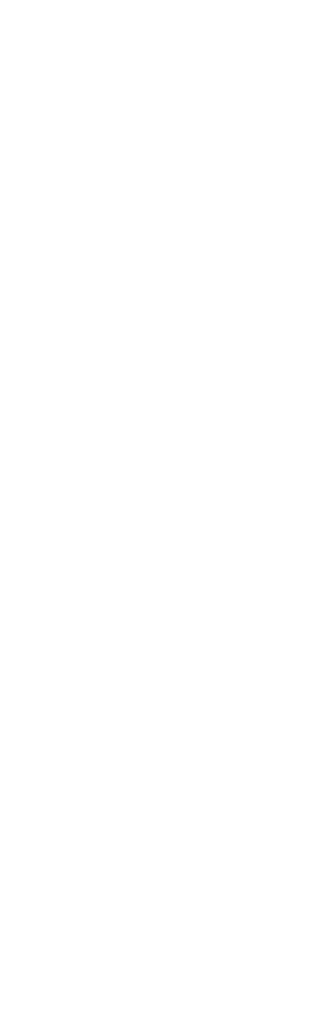
<source format=gbr>
G75*
G71*
%MOMM*%
%OFA0B0*%
%FSLAX53Y53*%
%IPPOS*%
%LPD*%
%ADD17C,0.30000*%
%ADD19C,0.10000*%
%ADD60C,0.15000*%
X0000000Y0000000D02*
G01*
D87*
D87*
X0000000Y0019812D02*
X0040132Y0019812D01*
X0000000Y0040132D02*
X0000000Y0000000D01*
X0040132Y0040132D02*
X0000000Y0040132D01*
X0040132Y0000000D02*
X0040132Y0040132D01*
X0000000Y0000000D02*
X0040132Y0000000D01*
X0000000Y0040130D02*
G01*
D87*
D87*
X0000000Y0040130D02*
X0000000Y0049782D01*
X0000000Y0040130D02*
X0040132Y0040130D01*
X0040132Y0049782D02*
X0040132Y0040130D01*
X0000000Y0049782D02*
X0040132Y0049782D01*
X0000000Y0049780D02*
G01*
D87*
D87*
X0000000Y0079750D02*
X0000000Y0049780D01*
X0040132Y0079750D02*
X0000000Y0079750D01*
X0040132Y0049780D02*
X0040132Y0079750D01*
X0000000Y0049780D02*
X0040132Y0049780D01*
X0000000Y0079750D02*
G01*
D87*
D87*
X0000000Y0130042D02*
X0000000Y0079750D01*
X0040132Y0130042D02*
X0000000Y0130042D01*
X0040132Y0079750D02*
X0040132Y0130042D01*
X0000000Y0079750D02*
X0040132Y0079750D01*
M02*

</source>
